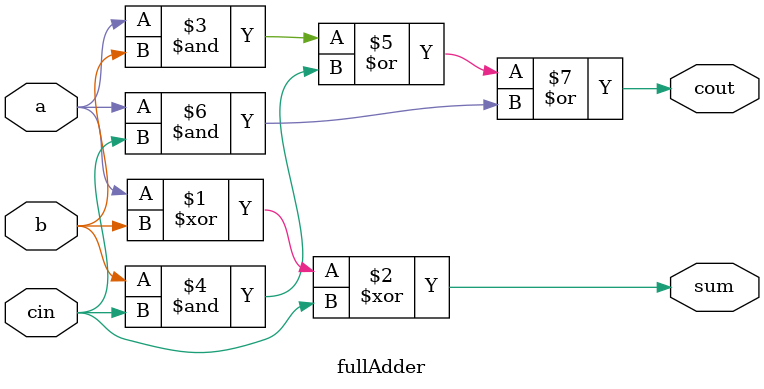
<source format=v>
module top_module( 
    input [2:0] a, b,
    input cin,
    output [2:0] cout,
    output [2:0] sum );

    fullAdder adder0(
        .a(a[0]),
        .b(b[0]),
        .cin(cin),
        .cout(cout[0]),
        .sum(sum[0]),
    );
    fullAdder adder1(
        .a(a[1]),
        .b(b[1]),
        .cin(cout[0]),
        .cout(cout[1]),
        .sum(sum[1]),
    );
    fullAdder adder2(
        .a(a[2]),
        .b(b[2]),
        .cin(cout[1]),
        .cout(cout[2]),
        .sum(sum[2]),
    );

endmodule


module fullAdder( 
    input a, b, cin,
    output cout, sum );

    assign sum=a^b^cin;
    assign cout=a&b|b&cin|a&cin;

endmodule
</source>
